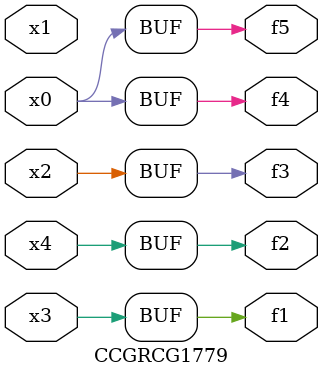
<source format=v>
module CCGRCG1779(
	input x0, x1, x2, x3, x4,
	output f1, f2, f3, f4, f5
);
	assign f1 = x3;
	assign f2 = x4;
	assign f3 = x2;
	assign f4 = x0;
	assign f5 = x0;
endmodule

</source>
